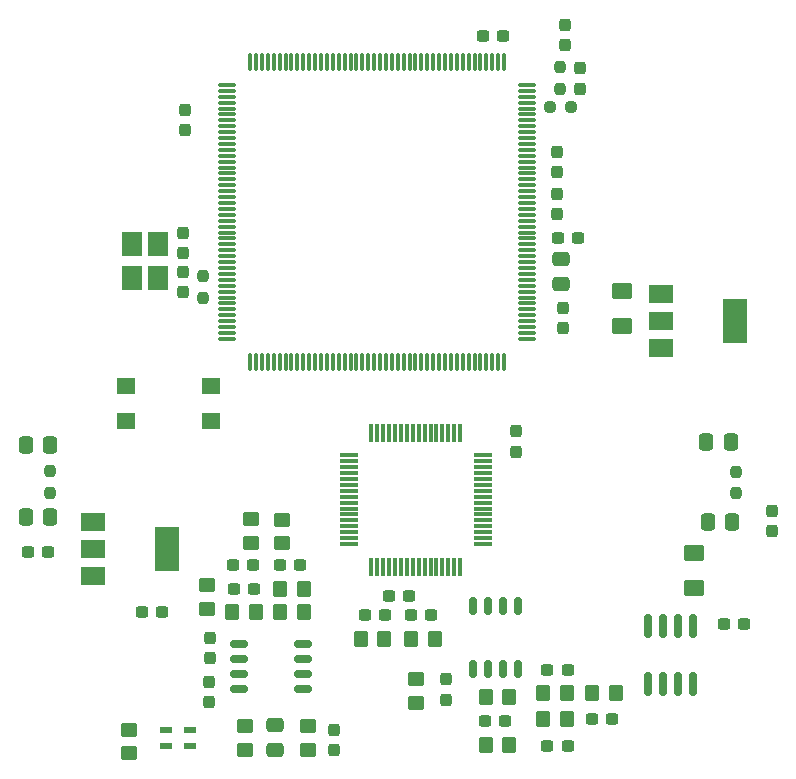
<source format=gtp>
G04 #@! TF.GenerationSoftware,KiCad,Pcbnew,7.0.2*
G04 #@! TF.CreationDate,2023-11-03T22:13:05+01:00*
G04 #@! TF.ProjectId,stm_audio_board_V2,73746d5f-6175-4646-996f-5f626f617264,rev?*
G04 #@! TF.SameCoordinates,Original*
G04 #@! TF.FileFunction,Paste,Top*
G04 #@! TF.FilePolarity,Positive*
%FSLAX46Y46*%
G04 Gerber Fmt 4.6, Leading zero omitted, Abs format (unit mm)*
G04 Created by KiCad (PCBNEW 7.0.2) date 2023-11-03 22:13:05*
%MOMM*%
%LPD*%
G01*
G04 APERTURE LIST*
G04 Aperture macros list*
%AMRoundRect*
0 Rectangle with rounded corners*
0 $1 Rounding radius*
0 $2 $3 $4 $5 $6 $7 $8 $9 X,Y pos of 4 corners*
0 Add a 4 corners polygon primitive as box body*
4,1,4,$2,$3,$4,$5,$6,$7,$8,$9,$2,$3,0*
0 Add four circle primitives for the rounded corners*
1,1,$1+$1,$2,$3*
1,1,$1+$1,$4,$5*
1,1,$1+$1,$6,$7*
1,1,$1+$1,$8,$9*
0 Add four rect primitives between the rounded corners*
20,1,$1+$1,$2,$3,$4,$5,0*
20,1,$1+$1,$4,$5,$6,$7,0*
20,1,$1+$1,$6,$7,$8,$9,0*
20,1,$1+$1,$8,$9,$2,$3,0*%
G04 Aperture macros list end*
%ADD10RoundRect,0.237500X-0.237500X0.250000X-0.237500X-0.250000X0.237500X-0.250000X0.237500X0.250000X0*%
%ADD11RoundRect,0.237500X0.250000X0.237500X-0.250000X0.237500X-0.250000X-0.237500X0.250000X-0.237500X0*%
%ADD12RoundRect,0.237500X-0.237500X0.287500X-0.237500X-0.287500X0.237500X-0.287500X0.237500X0.287500X0*%
%ADD13R,1.725000X2.100000*%
%ADD14RoundRect,0.237500X0.300000X0.237500X-0.300000X0.237500X-0.300000X-0.237500X0.300000X-0.237500X0*%
%ADD15RoundRect,0.250000X-0.350000X-0.450000X0.350000X-0.450000X0.350000X0.450000X-0.350000X0.450000X0*%
%ADD16RoundRect,0.237500X0.237500X-0.300000X0.237500X0.300000X-0.237500X0.300000X-0.237500X-0.300000X0*%
%ADD17RoundRect,0.237500X-0.237500X0.300000X-0.237500X-0.300000X0.237500X-0.300000X0.237500X0.300000X0*%
%ADD18RoundRect,0.250000X0.337500X0.475000X-0.337500X0.475000X-0.337500X-0.475000X0.337500X-0.475000X0*%
%ADD19RoundRect,0.150000X0.625000X0.150000X-0.625000X0.150000X-0.625000X-0.150000X0.625000X-0.150000X0*%
%ADD20RoundRect,0.150000X-0.150000X0.625000X-0.150000X-0.625000X0.150000X-0.625000X0.150000X0.625000X0*%
%ADD21RoundRect,0.250001X-0.624999X0.462499X-0.624999X-0.462499X0.624999X-0.462499X0.624999X0.462499X0*%
%ADD22RoundRect,0.237500X-0.300000X-0.237500X0.300000X-0.237500X0.300000X0.237500X-0.300000X0.237500X0*%
%ADD23RoundRect,0.075000X-0.675000X-0.075000X0.675000X-0.075000X0.675000X0.075000X-0.675000X0.075000X0*%
%ADD24RoundRect,0.075000X-0.075000X-0.675000X0.075000X-0.675000X0.075000X0.675000X-0.075000X0.675000X0*%
%ADD25R,1.600000X1.400000*%
%ADD26RoundRect,0.250000X0.450000X-0.350000X0.450000X0.350000X-0.450000X0.350000X-0.450000X-0.350000X0*%
%ADD27RoundRect,0.250000X-0.450000X0.350000X-0.450000X-0.350000X0.450000X-0.350000X0.450000X0.350000X0*%
%ADD28RoundRect,0.250000X0.350000X0.450000X-0.350000X0.450000X-0.350000X-0.450000X0.350000X-0.450000X0*%
%ADD29R,1.000000X0.600000*%
%ADD30RoundRect,0.150000X-0.150000X0.825000X-0.150000X-0.825000X0.150000X-0.825000X0.150000X0.825000X0*%
%ADD31RoundRect,0.075000X0.700000X0.075000X-0.700000X0.075000X-0.700000X-0.075000X0.700000X-0.075000X0*%
%ADD32RoundRect,0.075000X0.075000X0.700000X-0.075000X0.700000X-0.075000X-0.700000X0.075000X-0.700000X0*%
%ADD33RoundRect,0.250000X0.475000X-0.337500X0.475000X0.337500X-0.475000X0.337500X-0.475000X-0.337500X0*%
%ADD34R,2.000000X1.500000*%
%ADD35R,2.000000X3.800000*%
%ADD36RoundRect,0.250000X-0.475000X0.337500X-0.475000X-0.337500X0.475000X-0.337500X0.475000X0.337500X0*%
G04 APERTURE END LIST*
D10*
X229635000Y-57352500D03*
X229635000Y-59177500D03*
D11*
X230547500Y-60745000D03*
X228722500Y-60745000D03*
D12*
X230015000Y-53745000D03*
X230015000Y-55495000D03*
X231305000Y-57445000D03*
X231305000Y-59195000D03*
D10*
X199345000Y-76887500D03*
X199345000Y-75062500D03*
D13*
X193405000Y-72284000D03*
X193405000Y-75184000D03*
X195580000Y-75184000D03*
X195580000Y-72284000D03*
D14*
X203714346Y-101487000D03*
X201989346Y-101487000D03*
X224819500Y-54687000D03*
X223094500Y-54687000D03*
D15*
X205931000Y-103457000D03*
X207931000Y-103457000D03*
D16*
X219953000Y-110885500D03*
X219953000Y-109160500D03*
D17*
X199959568Y-105676500D03*
X199959568Y-107401500D03*
D16*
X197859000Y-62687500D03*
X197859000Y-60962500D03*
D17*
X210495000Y-113462500D03*
X210495000Y-115187500D03*
D14*
X230247500Y-108421000D03*
X228522500Y-108421000D03*
D18*
X244058500Y-89057000D03*
X241983500Y-89057000D03*
D14*
X207593500Y-99455000D03*
X205868500Y-99455000D03*
D15*
X232353000Y-110313000D03*
X234353000Y-110313000D03*
D16*
X225843000Y-89913500D03*
X225843000Y-88188500D03*
D19*
X207822000Y-109986000D03*
X207822000Y-108716000D03*
X207822000Y-107446000D03*
X207822000Y-106176000D03*
X202472000Y-106176000D03*
X202472000Y-107446000D03*
X202472000Y-108716000D03*
X202472000Y-109986000D03*
D17*
X229355000Y-68074500D03*
X229355000Y-69799500D03*
D20*
X226018000Y-102934000D03*
X224748000Y-102934000D03*
X223478000Y-102934000D03*
X222208000Y-102934000D03*
X222208000Y-108284000D03*
X223478000Y-108284000D03*
X224748000Y-108284000D03*
X226018000Y-108284000D03*
D21*
X234875000Y-76256500D03*
X234875000Y-79231500D03*
D14*
X186259500Y-98365000D03*
X184534500Y-98365000D03*
D22*
X194186500Y-103475000D03*
X195911500Y-103475000D03*
D14*
X203648654Y-99455000D03*
X201923654Y-99455000D03*
D16*
X247555000Y-96629976D03*
X247555000Y-94904976D03*
D23*
X201447000Y-58846000D03*
X201447000Y-59346000D03*
X201447000Y-59846000D03*
X201447000Y-60346000D03*
X201447000Y-60846000D03*
X201447000Y-61346000D03*
X201447000Y-61846000D03*
X201447000Y-62346000D03*
X201447000Y-62846000D03*
X201447000Y-63346000D03*
X201447000Y-63846000D03*
X201447000Y-64346000D03*
X201447000Y-64846000D03*
X201447000Y-65346000D03*
X201447000Y-65846000D03*
X201447000Y-66346000D03*
X201447000Y-66846000D03*
X201447000Y-67346000D03*
X201447000Y-67846000D03*
X201447000Y-68346000D03*
X201447000Y-68846000D03*
X201447000Y-69346000D03*
X201447000Y-69846000D03*
X201447000Y-70346000D03*
X201447000Y-70846000D03*
X201447000Y-71346000D03*
X201447000Y-71846000D03*
X201447000Y-72346000D03*
X201447000Y-72846000D03*
X201447000Y-73346000D03*
X201447000Y-73846000D03*
X201447000Y-74346000D03*
X201447000Y-74846000D03*
X201447000Y-75346000D03*
X201447000Y-75846000D03*
X201447000Y-76346000D03*
X201447000Y-76846000D03*
X201447000Y-77346000D03*
X201447000Y-77846000D03*
X201447000Y-78346000D03*
X201447000Y-78846000D03*
X201447000Y-79346000D03*
X201447000Y-79846000D03*
X201447000Y-80346000D03*
D24*
X203372000Y-82271000D03*
X203872000Y-82271000D03*
X204372000Y-82271000D03*
X204872000Y-82271000D03*
X205372000Y-82271000D03*
X205872000Y-82271000D03*
X206372000Y-82271000D03*
X206872000Y-82271000D03*
X207372000Y-82271000D03*
X207872000Y-82271000D03*
X208372000Y-82271000D03*
X208872000Y-82271000D03*
X209372000Y-82271000D03*
X209872000Y-82271000D03*
X210372000Y-82271000D03*
X210872000Y-82271000D03*
X211372000Y-82271000D03*
X211872000Y-82271000D03*
X212372000Y-82271000D03*
X212872000Y-82271000D03*
X213372000Y-82271000D03*
X213872000Y-82271000D03*
X214372000Y-82271000D03*
X214872000Y-82271000D03*
X215372000Y-82271000D03*
X215872000Y-82271000D03*
X216372000Y-82271000D03*
X216872000Y-82271000D03*
X217372000Y-82271000D03*
X217872000Y-82271000D03*
X218372000Y-82271000D03*
X218872000Y-82271000D03*
X219372000Y-82271000D03*
X219872000Y-82271000D03*
X220372000Y-82271000D03*
X220872000Y-82271000D03*
X221372000Y-82271000D03*
X221872000Y-82271000D03*
X222372000Y-82271000D03*
X222872000Y-82271000D03*
X223372000Y-82271000D03*
X223872000Y-82271000D03*
X224372000Y-82271000D03*
X224872000Y-82271000D03*
D23*
X226797000Y-80346000D03*
X226797000Y-79846000D03*
X226797000Y-79346000D03*
X226797000Y-78846000D03*
X226797000Y-78346000D03*
X226797000Y-77846000D03*
X226797000Y-77346000D03*
X226797000Y-76846000D03*
X226797000Y-76346000D03*
X226797000Y-75846000D03*
X226797000Y-75346000D03*
X226797000Y-74846000D03*
X226797000Y-74346000D03*
X226797000Y-73846000D03*
X226797000Y-73346000D03*
X226797000Y-72846000D03*
X226797000Y-72346000D03*
X226797000Y-71846000D03*
X226797000Y-71346000D03*
X226797000Y-70846000D03*
X226797000Y-70346000D03*
X226797000Y-69846000D03*
X226797000Y-69346000D03*
X226797000Y-68846000D03*
X226797000Y-68346000D03*
X226797000Y-67846000D03*
X226797000Y-67346000D03*
X226797000Y-66846000D03*
X226797000Y-66346000D03*
X226797000Y-65846000D03*
X226797000Y-65346000D03*
X226797000Y-64846000D03*
X226797000Y-64346000D03*
X226797000Y-63846000D03*
X226797000Y-63346000D03*
X226797000Y-62846000D03*
X226797000Y-62346000D03*
X226797000Y-61846000D03*
X226797000Y-61346000D03*
X226797000Y-60846000D03*
X226797000Y-60346000D03*
X226797000Y-59846000D03*
X226797000Y-59346000D03*
X226797000Y-58846000D03*
D24*
X224872000Y-56921000D03*
X224372000Y-56921000D03*
X223872000Y-56921000D03*
X223372000Y-56921000D03*
X222872000Y-56921000D03*
X222372000Y-56921000D03*
X221872000Y-56921000D03*
X221372000Y-56921000D03*
X220872000Y-56921000D03*
X220372000Y-56921000D03*
X219872000Y-56921000D03*
X219372000Y-56921000D03*
X218872000Y-56921000D03*
X218372000Y-56921000D03*
X217872000Y-56921000D03*
X217372000Y-56921000D03*
X216872000Y-56921000D03*
X216372000Y-56921000D03*
X215872000Y-56921000D03*
X215372000Y-56921000D03*
X214872000Y-56921000D03*
X214372000Y-56921000D03*
X213872000Y-56921000D03*
X213372000Y-56921000D03*
X212872000Y-56921000D03*
X212372000Y-56921000D03*
X211872000Y-56921000D03*
X211372000Y-56921000D03*
X210872000Y-56921000D03*
X210372000Y-56921000D03*
X209872000Y-56921000D03*
X209372000Y-56921000D03*
X208872000Y-56921000D03*
X208372000Y-56921000D03*
X207872000Y-56921000D03*
X207372000Y-56921000D03*
X206872000Y-56921000D03*
X206372000Y-56921000D03*
X205872000Y-56921000D03*
X205372000Y-56921000D03*
X204872000Y-56921000D03*
X204372000Y-56921000D03*
X203872000Y-56921000D03*
X203372000Y-56921000D03*
D16*
X197677000Y-73093500D03*
X197677000Y-71368500D03*
D21*
X240937000Y-98493500D03*
X240937000Y-101468500D03*
D17*
X197677000Y-74677834D03*
X197677000Y-76402834D03*
D25*
X192845000Y-84337000D03*
X200045000Y-84337000D03*
X192845000Y-87337000D03*
X200045000Y-87337000D03*
D16*
X229863000Y-79451500D03*
X229863000Y-77726500D03*
X199913000Y-111091500D03*
X199913000Y-109366500D03*
D26*
X202911284Y-115125000D03*
X202911284Y-113125000D03*
D15*
X217007000Y-105741000D03*
X219007000Y-105741000D03*
D27*
X206031000Y-95641580D03*
X206031000Y-97641580D03*
D15*
X205931000Y-101521000D03*
X207931000Y-101521000D03*
X228185000Y-110351000D03*
X230185000Y-110351000D03*
D22*
X229412500Y-71845000D03*
X231137500Y-71845000D03*
D26*
X208254142Y-115125000D03*
X208254142Y-113125000D03*
D14*
X230247500Y-114819000D03*
X228522500Y-114819000D03*
D10*
X186442000Y-91550500D03*
X186442000Y-93375500D03*
D14*
X234015500Y-112533000D03*
X232290500Y-112533000D03*
D28*
X225315000Y-110663000D03*
X223315000Y-110663000D03*
D29*
X196258000Y-113487000D03*
X196258000Y-114787000D03*
X198258000Y-114787000D03*
X198258000Y-113487000D03*
D26*
X199739568Y-103213846D03*
X199739568Y-101213846D03*
D14*
X218697500Y-103759000D03*
X216972500Y-103759000D03*
D27*
X217391000Y-109175000D03*
X217391000Y-111175000D03*
D17*
X229355000Y-64518500D03*
X229355000Y-66243500D03*
D22*
X223252500Y-112709000D03*
X224977500Y-112709000D03*
D18*
X186463500Y-89325000D03*
X184388500Y-89325000D03*
D30*
X240834000Y-104616000D03*
X239564000Y-104616000D03*
X238294000Y-104616000D03*
X237024000Y-104616000D03*
X237024000Y-109566000D03*
X238294000Y-109566000D03*
X239564000Y-109566000D03*
X240834000Y-109566000D03*
D31*
X223073000Y-97710000D03*
X223073000Y-97210000D03*
X223073000Y-96710000D03*
X223073000Y-96210000D03*
X223073000Y-95710000D03*
X223073000Y-95210000D03*
X223073000Y-94710000D03*
X223073000Y-94210000D03*
X223073000Y-93710000D03*
X223073000Y-93210000D03*
X223073000Y-92710000D03*
X223073000Y-92210000D03*
X223073000Y-91710000D03*
X223073000Y-91210000D03*
X223073000Y-90710000D03*
X223073000Y-90210000D03*
D32*
X221148000Y-88285000D03*
X220648000Y-88285000D03*
X220148000Y-88285000D03*
X219648000Y-88285000D03*
X219148000Y-88285000D03*
X218648000Y-88285000D03*
X218148000Y-88285000D03*
X217648000Y-88285000D03*
X217148000Y-88285000D03*
X216648000Y-88285000D03*
X216148000Y-88285000D03*
X215648000Y-88285000D03*
X215148000Y-88285000D03*
X214648000Y-88285000D03*
X214148000Y-88285000D03*
X213648000Y-88285000D03*
D31*
X211723000Y-90210000D03*
X211723000Y-90710000D03*
X211723000Y-91210000D03*
X211723000Y-91710000D03*
X211723000Y-92210000D03*
X211723000Y-92710000D03*
X211723000Y-93210000D03*
X211723000Y-93710000D03*
X211723000Y-94210000D03*
X211723000Y-94710000D03*
X211723000Y-95210000D03*
X211723000Y-95710000D03*
X211723000Y-96210000D03*
X211723000Y-96710000D03*
X211723000Y-97210000D03*
X211723000Y-97710000D03*
D32*
X213648000Y-99635000D03*
X214148000Y-99635000D03*
X214648000Y-99635000D03*
X215148000Y-99635000D03*
X215648000Y-99635000D03*
X216148000Y-99635000D03*
X216648000Y-99635000D03*
X217148000Y-99635000D03*
X217648000Y-99635000D03*
X218148000Y-99635000D03*
X218648000Y-99635000D03*
X219148000Y-99635000D03*
X219648000Y-99635000D03*
X220148000Y-99635000D03*
X220648000Y-99635000D03*
X221148000Y-99635000D03*
D27*
X193109000Y-113441000D03*
X193109000Y-115441000D03*
D33*
X205472426Y-115132500D03*
X205472426Y-113057500D03*
D27*
X203486154Y-95599000D03*
X203486154Y-97599000D03*
D18*
X186463500Y-95451000D03*
X184388500Y-95451000D03*
D22*
X216817500Y-102151000D03*
X215092500Y-102151000D03*
D28*
X214723000Y-105741000D03*
X212723000Y-105741000D03*
D14*
X214785500Y-103759000D03*
X213060500Y-103759000D03*
X245207500Y-104463000D03*
X243482500Y-104463000D03*
D18*
X244172500Y-95885000D03*
X242097500Y-95885000D03*
D28*
X230185000Y-112539000D03*
X228185000Y-112539000D03*
D10*
X244545000Y-91580500D03*
X244545000Y-93405500D03*
D34*
X238144000Y-76546000D03*
X238144000Y-78846000D03*
D35*
X244444000Y-78846000D03*
D34*
X238144000Y-81146000D03*
X190075000Y-95813000D03*
X190075000Y-98113000D03*
D35*
X196375000Y-98113000D03*
D34*
X190075000Y-100413000D03*
D28*
X203842136Y-103457000D03*
X201842136Y-103457000D03*
D36*
X229684000Y-73592500D03*
X229684000Y-75667500D03*
D15*
X223315000Y-114713000D03*
X225315000Y-114713000D03*
M02*

</source>
